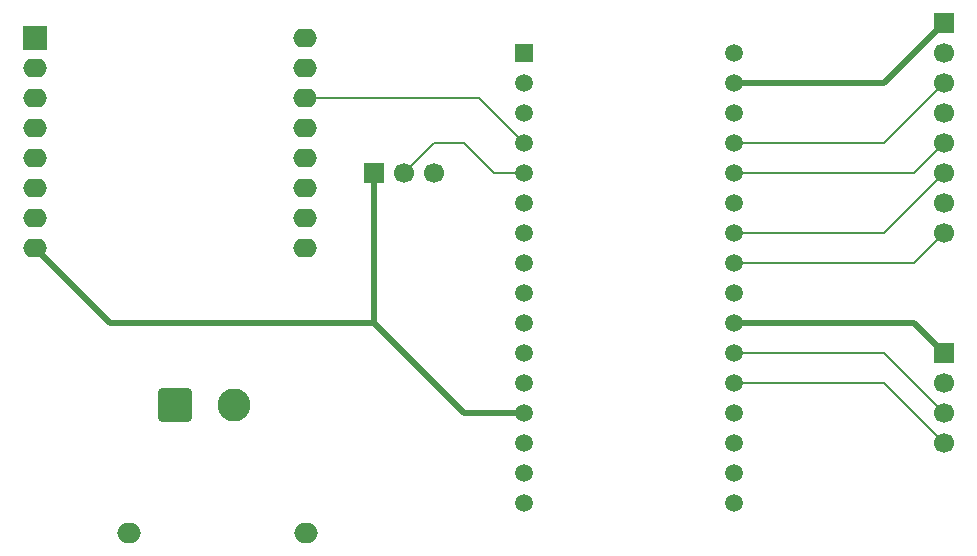
<source format=gbr>
%TF.GenerationSoftware,KiCad,Pcbnew,9.0.2*%
%TF.CreationDate,2025-07-07T09:36:44+02:00*%
%TF.ProjectId,luaos,6c75616f-732e-46b6-9963-61645f706362,rev?*%
%TF.SameCoordinates,Original*%
%TF.FileFunction,Copper,L1,Top*%
%TF.FilePolarity,Positive*%
%FSLAX46Y46*%
G04 Gerber Fmt 4.6, Leading zero omitted, Abs format (unit mm)*
G04 Created by KiCad (PCBNEW 9.0.2) date 2025-07-07 09:36:44*
%MOMM*%
%LPD*%
G01*
G04 APERTURE LIST*
G04 Aperture macros list*
%AMRoundRect*
0 Rectangle with rounded corners*
0 $1 Rounding radius*
0 $2 $3 $4 $5 $6 $7 $8 $9 X,Y pos of 4 corners*
0 Add a 4 corners polygon primitive as box body*
4,1,4,$2,$3,$4,$5,$6,$7,$8,$9,$2,$3,0*
0 Add four circle primitives for the rounded corners*
1,1,$1+$1,$2,$3*
1,1,$1+$1,$4,$5*
1,1,$1+$1,$6,$7*
1,1,$1+$1,$8,$9*
0 Add four rect primitives between the rounded corners*
20,1,$1+$1,$2,$3,$4,$5,0*
20,1,$1+$1,$4,$5,$6,$7,0*
20,1,$1+$1,$6,$7,$8,$9,0*
20,1,$1+$1,$8,$9,$2,$3,0*%
G04 Aperture macros list end*
%TA.AperFunction,ComponentPad*%
%ADD10R,1.500000X1.500000*%
%TD*%
%TA.AperFunction,ComponentPad*%
%ADD11C,1.500000*%
%TD*%
%TA.AperFunction,ComponentPad*%
%ADD12O,2.000000X1.700000*%
%TD*%
%TA.AperFunction,ComponentPad*%
%ADD13C,2.800000*%
%TD*%
%TA.AperFunction,ComponentPad*%
%ADD14RoundRect,0.250001X-1.149999X-1.149999X1.149999X-1.149999X1.149999X1.149999X-1.149999X1.149999X0*%
%TD*%
%TA.AperFunction,ComponentPad*%
%ADD15C,1.700000*%
%TD*%
%TA.AperFunction,ComponentPad*%
%ADD16R,1.700000X1.700000*%
%TD*%
%TA.AperFunction,ComponentPad*%
%ADD17O,2.000000X1.600000*%
%TD*%
%TA.AperFunction,ComponentPad*%
%ADD18R,2.000000X2.000000*%
%TD*%
%TA.AperFunction,Conductor*%
%ADD19C,0.500000*%
%TD*%
%TA.AperFunction,Conductor*%
%ADD20C,0.200000*%
%TD*%
G04 APERTURE END LIST*
D10*
%TO.P,U1,1,GND*%
%TO.N,GND*%
X96520000Y-88900000D03*
D11*
%TO.P,U1,2,GPIO0*%
%TO.N,unconnected-(U1-GPIO0-Pad2)*%
X96520000Y-91440000D03*
%TO.P,U1,3,GPIO1*%
%TO.N,unconnected-(U1-GPIO1-Pad3)*%
X96520000Y-93980000D03*
%TO.P,U1,4,GPIO12*%
%TO.N,Net-(U1-GPIO12)*%
X96520000Y-96520000D03*
%TO.P,U1,5,GPIO18*%
%TO.N,Net-(J2-Pin_2)*%
X96520000Y-99060000D03*
%TO.P,U1,6,GPIO19*%
%TO.N,unconnected-(U1-GPIO19-Pad6)*%
X96520000Y-101600000D03*
%TO.P,U1,7,GND*%
%TO.N,GND*%
X96520000Y-104140000D03*
%TO.P,U1,8,U0RXD*%
%TO.N,unconnected-(U1-U0RXD-Pad8)*%
X96520000Y-106680000D03*
%TO.P,U1,9,U0TXD*%
%TO.N,unconnected-(U1-U0TXD-Pad9)*%
X96520000Y-109220000D03*
%TO.P,U1,10,GPIO13*%
%TO.N,unconnected-(U1-GPIO13-Pad10)*%
X96520000Y-111760000D03*
%TO.P,U1,11*%
%TO.N,N/C*%
X96520000Y-114300000D03*
%TO.P,U1,12,REST*%
%TO.N,unconnected-(U1-REST-Pad12)*%
X96520000Y-116840000D03*
%TO.P,U1,13,VDD3P3*%
%TO.N,+3.3V*%
X96520000Y-119380000D03*
%TO.P,U1,14,GND*%
%TO.N,GND*%
X96520000Y-121920000D03*
%TO.P,U1,15,PWB*%
%TO.N,unconnected-(U1-PWB-Pad15)*%
X96520000Y-124460000D03*
%TO.P,U1,16,VDD5*%
%TO.N,+5V*%
X96520000Y-127000000D03*
%TO.P,U1,17,GND*%
%TO.N,GND*%
X114300000Y-88900000D03*
%TO.P,U1,18,VDD3P3*%
%TO.N,Net-(J4-Pin_1)*%
X114300000Y-91440000D03*
%TO.P,U1,19,SPI_CK*%
%TO.N,Net-(J4-Pin_4)*%
X114300000Y-93980000D03*
%TO.P,U1,20,SPI_MOSI*%
%TO.N,Net-(J4-Pin_3)*%
X114300000Y-96520000D03*
%TO.P,U1,21,SPI_MISO*%
%TO.N,Net-(J4-Pin_5)*%
X114300000Y-99060000D03*
%TO.P,U1,22,GPIO6*%
%TO.N,Net-(J4-Pin_7)*%
X114300000Y-101600000D03*
%TO.P,U1,23,GPIO7*%
%TO.N,Net-(J4-Pin_6)*%
X114300000Y-104140000D03*
%TO.P,U1,24,GPIO11*%
%TO.N,Net-(J4-Pin_8)*%
X114300000Y-106680000D03*
%TO.P,U1,25,GND*%
%TO.N,GND*%
X114300000Y-109220000D03*
%TO.P,U1,26,VDD3P3*%
%TO.N,Net-(J3-Pin_1)*%
X114300000Y-111760000D03*
%TO.P,U1,27,I2C_SCL*%
%TO.N,Net-(J3-Pin_3)*%
X114300000Y-114300000D03*
%TO.P,U1,28,I2C_SDA*%
%TO.N,Net-(J3-Pin_4)*%
X114300000Y-116840000D03*
%TO.P,U1,29,GPIO8*%
%TO.N,unconnected-(U1-GPIO8-Pad29)*%
X114300000Y-119380000D03*
%TO.P,U1,30,GPIO9*%
%TO.N,unconnected-(U1-GPIO9-Pad30)*%
X114300000Y-121920000D03*
%TO.P,U1,31,VDD5*%
%TO.N,+5V*%
X114300000Y-124460000D03*
%TO.P,U1,32,GND*%
%TO.N,GND*%
X114300000Y-127000000D03*
%TD*%
D12*
%TO.P,J5,2,Pin_2*%
%TO.N,GND*%
X63025000Y-129540000D03*
%TO.P,J5,1*%
%TO.N,+5V*%
X78025000Y-129540000D03*
%TD*%
D13*
%TO.P,J1,2,Pin_2*%
%TO.N,+5V*%
X71965000Y-118712500D03*
D14*
%TO.P,J1,1,Pin_1*%
%TO.N,GND*%
X66965000Y-118712500D03*
%TD*%
D15*
%TO.P,J2,3,Pin_3*%
%TO.N,GND*%
X88900000Y-99060000D03*
%TO.P,J2,2,Pin_2*%
%TO.N,Net-(J2-Pin_2)*%
X86360000Y-99060000D03*
D16*
%TO.P,J2,1,Pin_1*%
%TO.N,+3.3V*%
X83820000Y-99060000D03*
%TD*%
D17*
%TO.P,U2,16,TX*%
%TO.N,unconnected-(U2-TX-Pad16)*%
X77955000Y-87630000D03*
%TO.P,U2,15,RX*%
%TO.N,unconnected-(U2-RX-Pad15)*%
X77955000Y-90170000D03*
%TO.P,U2,14,SCL/D1*%
%TO.N,Net-(U1-GPIO12)*%
X77955000Y-92710000D03*
%TO.P,U2,13,SDA/D2*%
%TO.N,unconnected-(U2-SDA{slash}D2-Pad13)*%
X77955000Y-95250000D03*
%TO.P,U2,12,D3*%
%TO.N,unconnected-(U2-D3-Pad12)*%
X77955000Y-97790000D03*
%TO.P,U2,11,D4*%
%TO.N,unconnected-(U2-D4-Pad11)*%
X77955000Y-100330000D03*
%TO.P,U2,10,GND*%
%TO.N,GND*%
X77955000Y-102870000D03*
%TO.P,U2,9,5V*%
%TO.N,+5V*%
X77955000Y-105410000D03*
%TO.P,U2,8,3V3*%
%TO.N,+3.3V*%
X55095000Y-105410000D03*
%TO.P,U2,7,CS/D8*%
%TO.N,unconnected-(U2-CS{slash}D8-Pad7)*%
X55095000Y-102870000D03*
%TO.P,U2,6,MOSI/D7*%
%TO.N,unconnected-(U2-MOSI{slash}D7-Pad6)*%
X55095000Y-100330000D03*
%TO.P,U2,5,MISO/D6*%
%TO.N,unconnected-(U2-MISO{slash}D6-Pad5)*%
X55095000Y-97790000D03*
%TO.P,U2,4,SCK/D5*%
%TO.N,unconnected-(U2-SCK{slash}D5-Pad4)*%
X55095000Y-95250000D03*
%TO.P,U2,3,D0*%
%TO.N,unconnected-(U2-D0-Pad3)*%
X55095000Y-92710000D03*
%TO.P,U2,2,A0*%
%TO.N,unconnected-(U2-A0-Pad2)*%
X55095000Y-90170000D03*
D18*
%TO.P,U2,1,~{RST}*%
%TO.N,unconnected-(U2-~{RST}-Pad1)*%
X55095000Y-87630000D03*
%TD*%
D15*
%TO.P,J4,8,Pin_8*%
%TO.N,Net-(J4-Pin_8)*%
X132080000Y-104140000D03*
%TO.P,J4,7,Pin_7*%
%TO.N,Net-(J4-Pin_7)*%
X132080000Y-101600000D03*
%TO.P,J4,6,Pin_6*%
%TO.N,Net-(J4-Pin_6)*%
X132080000Y-99060000D03*
%TO.P,J4,5,Pin_5*%
%TO.N,Net-(J4-Pin_5)*%
X132080000Y-96520000D03*
%TO.P,J4,4,Pin_4*%
%TO.N,Net-(J4-Pin_4)*%
X132080000Y-93980000D03*
%TO.P,J4,3,Pin_3*%
%TO.N,Net-(J4-Pin_3)*%
X132080000Y-91440000D03*
%TO.P,J4,2,Pin_2*%
%TO.N,GND*%
X132080000Y-88900000D03*
D16*
%TO.P,J4,1,Pin_1*%
%TO.N,Net-(J4-Pin_1)*%
X132080000Y-86360000D03*
%TD*%
D15*
%TO.P,J3,4,Pin_4*%
%TO.N,Net-(J3-Pin_4)*%
X132080000Y-121920000D03*
%TO.P,J3,3,Pin_3*%
%TO.N,Net-(J3-Pin_3)*%
X132080000Y-119380000D03*
%TO.P,J3,2,Pin_2*%
%TO.N,GND*%
X132080000Y-116840000D03*
D16*
%TO.P,J3,1,Pin_1*%
%TO.N,Net-(J3-Pin_1)*%
X132080000Y-114300000D03*
%TD*%
D19*
%TO.N,+3.3V*%
X83820000Y-111760000D02*
X91440000Y-119380000D01*
X91440000Y-119380000D02*
X96520000Y-119380000D01*
X83820000Y-111760000D02*
X83820000Y-99060000D01*
D20*
%TO.N,Net-(J3-Pin_4)*%
X114300000Y-116840000D02*
X127000000Y-116840000D01*
%TO.N,Net-(J2-Pin_2)*%
X93980000Y-99060000D02*
X96520000Y-99060000D01*
D19*
%TO.N,Net-(J3-Pin_1)*%
X129540000Y-111760000D02*
X132080000Y-114300000D01*
X114300000Y-111760000D02*
X129540000Y-111760000D01*
D20*
%TO.N,Net-(J2-Pin_2)*%
X86360000Y-99060000D02*
X88900000Y-96520000D01*
%TO.N,Net-(J3-Pin_3)*%
X114300000Y-114300000D02*
X127000000Y-114300000D01*
%TO.N,Net-(J2-Pin_2)*%
X88900000Y-96520000D02*
X91440000Y-96520000D01*
D19*
%TO.N,+3.3V*%
X61445000Y-111760000D02*
X55095000Y-105410000D01*
D20*
%TO.N,Net-(U1-GPIO12)*%
X92710000Y-92710000D02*
X96520000Y-96520000D01*
%TO.N,Net-(J4-Pin_6)*%
X127000000Y-104140000D02*
X132080000Y-99060000D01*
D19*
%TO.N,Net-(J4-Pin_1)*%
X114300000Y-91440000D02*
X127000000Y-91440000D01*
D20*
%TO.N,Net-(J4-Pin_5)*%
X129540000Y-99060000D02*
X132080000Y-96520000D01*
%TO.N,Net-(J4-Pin_3)*%
X127000000Y-96520000D02*
X132080000Y-91440000D01*
%TO.N,Net-(J3-Pin_4)*%
X127000000Y-116840000D02*
X132080000Y-121920000D01*
%TO.N,Net-(J4-Pin_8)*%
X114300000Y-106680000D02*
X129540000Y-106680000D01*
%TO.N,Net-(J4-Pin_6)*%
X114300000Y-104140000D02*
X127000000Y-104140000D01*
%TO.N,Net-(J2-Pin_2)*%
X91440000Y-96520000D02*
X93980000Y-99060000D01*
D19*
%TO.N,+3.3V*%
X83820000Y-111760000D02*
X61445000Y-111760000D01*
D20*
%TO.N,Net-(J4-Pin_5)*%
X114300000Y-99060000D02*
X129540000Y-99060000D01*
%TO.N,Net-(U1-GPIO12)*%
X77955000Y-92710000D02*
X92710000Y-92710000D01*
D19*
%TO.N,Net-(J4-Pin_1)*%
X127000000Y-91440000D02*
X132080000Y-86360000D01*
D20*
%TO.N,Net-(J3-Pin_3)*%
X127000000Y-114300000D02*
X132080000Y-119380000D01*
%TO.N,Net-(J4-Pin_3)*%
X114300000Y-96520000D02*
X127000000Y-96520000D01*
%TO.N,Net-(J4-Pin_8)*%
X129540000Y-106680000D02*
X132080000Y-104140000D01*
%TD*%
M02*

</source>
